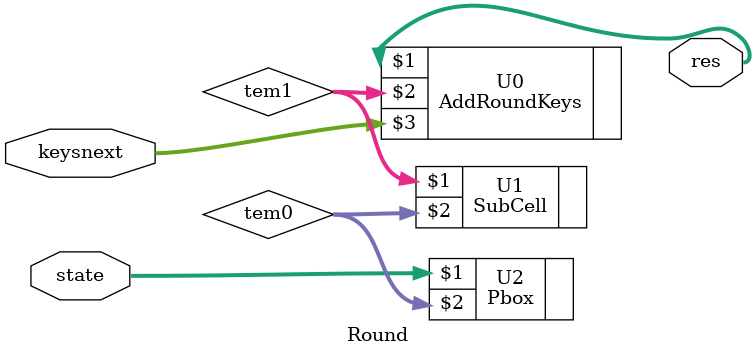
<source format=v>
module Round(res,state,keysnext);
	input [63:0]state;
	output [63:0]res;
	input [79:16]keysnext;
	wire [63:0]tem0,tem1;
    //UpdataKeys U3(keysnext,keys,round);
    Pbox U2(state,tem0);
    SubCell U1(tem1,tem0);
	AddRoundKeys U0(res,tem1,keysnext);
endmodule
</source>
